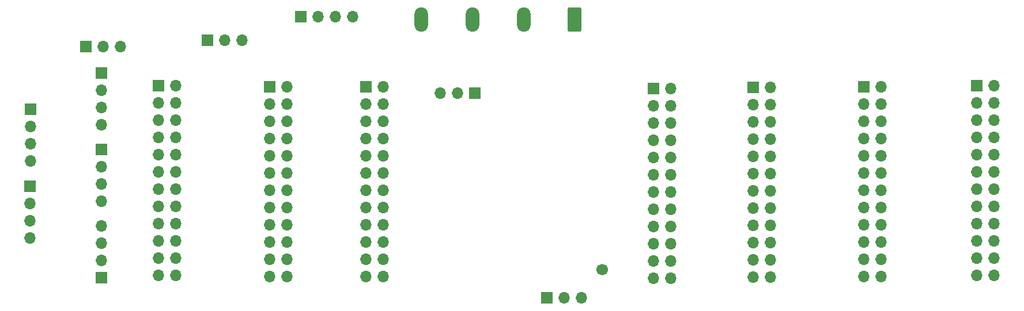
<source format=gbs>
%TF.GenerationSoftware,KiCad,Pcbnew,(6.0.2)*%
%TF.CreationDate,2022-03-04T11:59:17-06:00*%
%TF.ProjectId,rev1,72657631-2e6b-4696-9361-645f70636258,rev?*%
%TF.SameCoordinates,Original*%
%TF.FileFunction,Soldermask,Bot*%
%TF.FilePolarity,Negative*%
%FSLAX46Y46*%
G04 Gerber Fmt 4.6, Leading zero omitted, Abs format (unit mm)*
G04 Created by KiCad (PCBNEW (6.0.2)) date 2022-03-04 11:59:17*
%MOMM*%
%LPD*%
G01*
G04 APERTURE LIST*
G04 Aperture macros list*
%AMRoundRect*
0 Rectangle with rounded corners*
0 $1 Rounding radius*
0 $2 $3 $4 $5 $6 $7 $8 $9 X,Y pos of 4 corners*
0 Add a 4 corners polygon primitive as box body*
4,1,4,$2,$3,$4,$5,$6,$7,$8,$9,$2,$3,0*
0 Add four circle primitives for the rounded corners*
1,1,$1+$1,$2,$3*
1,1,$1+$1,$4,$5*
1,1,$1+$1,$6,$7*
1,1,$1+$1,$8,$9*
0 Add four rect primitives between the rounded corners*
20,1,$1+$1,$2,$3,$4,$5,0*
20,1,$1+$1,$4,$5,$6,$7,0*
20,1,$1+$1,$6,$7,$8,$9,0*
20,1,$1+$1,$8,$9,$2,$3,0*%
G04 Aperture macros list end*
%ADD10R,1.700000X1.700000*%
%ADD11O,1.700000X1.700000*%
%ADD12C,1.700000*%
%ADD13RoundRect,0.250000X0.750000X1.550000X-0.750000X1.550000X-0.750000X-1.550000X0.750000X-1.550000X0*%
%ADD14O,2.000000X3.600000*%
G04 APERTURE END LIST*
D10*
%TO.C,J16*%
X189394080Y-108560320D03*
D11*
X186854080Y-108560320D03*
X184314080Y-108560320D03*
%TD*%
D12*
%TO.C,J14*%
X208185000Y-134575000D03*
%TD*%
D10*
%TO.C,J15*%
X132275000Y-101700000D03*
D11*
X134815000Y-101700000D03*
X137355000Y-101700000D03*
%TD*%
D10*
%TO.C,J18*%
X159310000Y-107600000D03*
D11*
X161850000Y-107600000D03*
X159310000Y-110140000D03*
X161850000Y-110140000D03*
X159310000Y-112680000D03*
X161850000Y-112680000D03*
X159310000Y-115220000D03*
X161850000Y-115220000D03*
X159310000Y-117760000D03*
X161850000Y-117760000D03*
X159310000Y-120300000D03*
X161850000Y-120300000D03*
X159310000Y-122840000D03*
X161850000Y-122840000D03*
X159310000Y-125380000D03*
X161850000Y-125380000D03*
X159310000Y-127920000D03*
X161850000Y-127920000D03*
X159310000Y-130460000D03*
X161850000Y-130460000D03*
X159310000Y-133000000D03*
X161850000Y-133000000D03*
X159310000Y-135540000D03*
X161850000Y-135540000D03*
%TD*%
D10*
%TO.C,J7*%
X134600000Y-135740000D03*
D11*
X134600000Y-133200000D03*
X134600000Y-130660000D03*
X134600000Y-128120000D03*
%TD*%
D10*
%TO.C,J5*%
X246615000Y-107615000D03*
D11*
X249155000Y-107615000D03*
X246615000Y-110155000D03*
X249155000Y-110155000D03*
X246615000Y-112695000D03*
X249155000Y-112695000D03*
X246615000Y-115235000D03*
X249155000Y-115235000D03*
X246615000Y-117775000D03*
X249155000Y-117775000D03*
X246615000Y-120315000D03*
X249155000Y-120315000D03*
X246615000Y-122855000D03*
X249155000Y-122855000D03*
X246615000Y-125395000D03*
X249155000Y-125395000D03*
X246615000Y-127935000D03*
X249155000Y-127935000D03*
X246615000Y-130475000D03*
X249155000Y-130475000D03*
X246615000Y-133015000D03*
X249155000Y-133015000D03*
X246615000Y-135555000D03*
X249155000Y-135555000D03*
%TD*%
D10*
%TO.C,J8*%
X124100000Y-122250000D03*
D11*
X124100000Y-124790000D03*
X124100000Y-127330000D03*
X124100000Y-129870000D03*
%TD*%
D10*
%TO.C,J11*%
X134610000Y-105580000D03*
D11*
X134610000Y-108120000D03*
X134610000Y-110660000D03*
X134610000Y-113200000D03*
%TD*%
D10*
%TO.C,J12*%
X215715000Y-107875000D03*
D11*
X218255000Y-107875000D03*
X215715000Y-110415000D03*
X218255000Y-110415000D03*
X215715000Y-112955000D03*
X218255000Y-112955000D03*
X215715000Y-115495000D03*
X218255000Y-115495000D03*
X215715000Y-118035000D03*
X218255000Y-118035000D03*
X215715000Y-120575000D03*
X218255000Y-120575000D03*
X215715000Y-123115000D03*
X218255000Y-123115000D03*
X215715000Y-125655000D03*
X218255000Y-125655000D03*
X215715000Y-128195000D03*
X218255000Y-128195000D03*
X215715000Y-130735000D03*
X218255000Y-130735000D03*
X215715000Y-133275000D03*
X218255000Y-133275000D03*
X215715000Y-135815000D03*
X218255000Y-135815000D03*
%TD*%
D10*
%TO.C,J3*%
X199980000Y-138720000D03*
D11*
X202520000Y-138720000D03*
X205060000Y-138720000D03*
%TD*%
D10*
%TO.C,J6*%
X230330000Y-107700000D03*
D11*
X232870000Y-107700000D03*
X230330000Y-110240000D03*
X232870000Y-110240000D03*
X230330000Y-112780000D03*
X232870000Y-112780000D03*
X230330000Y-115320000D03*
X232870000Y-115320000D03*
X230330000Y-117860000D03*
X232870000Y-117860000D03*
X230330000Y-120400000D03*
X232870000Y-120400000D03*
X230330000Y-122940000D03*
X232870000Y-122940000D03*
X230330000Y-125480000D03*
X232870000Y-125480000D03*
X230330000Y-128020000D03*
X232870000Y-128020000D03*
X230330000Y-130560000D03*
X232870000Y-130560000D03*
X230330000Y-133100000D03*
X232870000Y-133100000D03*
X230330000Y-135640000D03*
X232870000Y-135640000D03*
%TD*%
D10*
%TO.C,J9*%
X134610000Y-116858000D03*
D11*
X134610000Y-119398000D03*
X134610000Y-121938000D03*
X134610000Y-124478000D03*
%TD*%
D10*
%TO.C,J19*%
X142990000Y-107470000D03*
D11*
X145530000Y-107470000D03*
X142990000Y-110010000D03*
X145530000Y-110010000D03*
X142990000Y-112550000D03*
X145530000Y-112550000D03*
X142990000Y-115090000D03*
X145530000Y-115090000D03*
X142990000Y-117630000D03*
X145530000Y-117630000D03*
X142990000Y-120170000D03*
X145530000Y-120170000D03*
X142990000Y-122710000D03*
X145530000Y-122710000D03*
X142990000Y-125250000D03*
X145530000Y-125250000D03*
X142990000Y-127790000D03*
X145530000Y-127790000D03*
X142990000Y-130330000D03*
X145530000Y-130330000D03*
X142990000Y-132870000D03*
X145530000Y-132870000D03*
X142990000Y-135410000D03*
X145530000Y-135410000D03*
%TD*%
D10*
%TO.C,J4*%
X263145000Y-107455000D03*
D11*
X265685000Y-107455000D03*
X263145000Y-109995000D03*
X265685000Y-109995000D03*
X263145000Y-112535000D03*
X265685000Y-112535000D03*
X263145000Y-115075000D03*
X265685000Y-115075000D03*
X263145000Y-117615000D03*
X265685000Y-117615000D03*
X263145000Y-120155000D03*
X265685000Y-120155000D03*
X263145000Y-122695000D03*
X265685000Y-122695000D03*
X263145000Y-125235000D03*
X265685000Y-125235000D03*
X263145000Y-127775000D03*
X265685000Y-127775000D03*
X263145000Y-130315000D03*
X265685000Y-130315000D03*
X263145000Y-132855000D03*
X265685000Y-132855000D03*
X263145000Y-135395000D03*
X265685000Y-135395000D03*
%TD*%
D10*
%TO.C,J1*%
X163900000Y-97320000D03*
D11*
X166440000Y-97320000D03*
X168980000Y-97320000D03*
X171520000Y-97320000D03*
%TD*%
D10*
%TO.C,J17*%
X150115000Y-100750000D03*
D11*
X152655000Y-100750000D03*
X155195000Y-100750000D03*
%TD*%
D13*
%TO.C,J20*%
X204100000Y-97737500D03*
D14*
X196600000Y-97737500D03*
X189100000Y-97737500D03*
X181600000Y-97737500D03*
%TD*%
D10*
%TO.C,J13*%
X173400000Y-107600000D03*
D11*
X175940000Y-107600000D03*
X173400000Y-110140000D03*
X175940000Y-110140000D03*
X173400000Y-112680000D03*
X175940000Y-112680000D03*
X173400000Y-115220000D03*
X175940000Y-115220000D03*
X173400000Y-117760000D03*
X175940000Y-117760000D03*
X173400000Y-120300000D03*
X175940000Y-120300000D03*
X173400000Y-122840000D03*
X175940000Y-122840000D03*
X173400000Y-125380000D03*
X175940000Y-125380000D03*
X173400000Y-127920000D03*
X175940000Y-127920000D03*
X173400000Y-130460000D03*
X175940000Y-130460000D03*
X173400000Y-133000000D03*
X175940000Y-133000000D03*
X173400000Y-135540000D03*
X175940000Y-135540000D03*
%TD*%
D10*
%TO.C,J10*%
X124120000Y-110940000D03*
D11*
X124120000Y-113480000D03*
X124120000Y-116020000D03*
X124120000Y-118560000D03*
%TD*%
M02*

</source>
